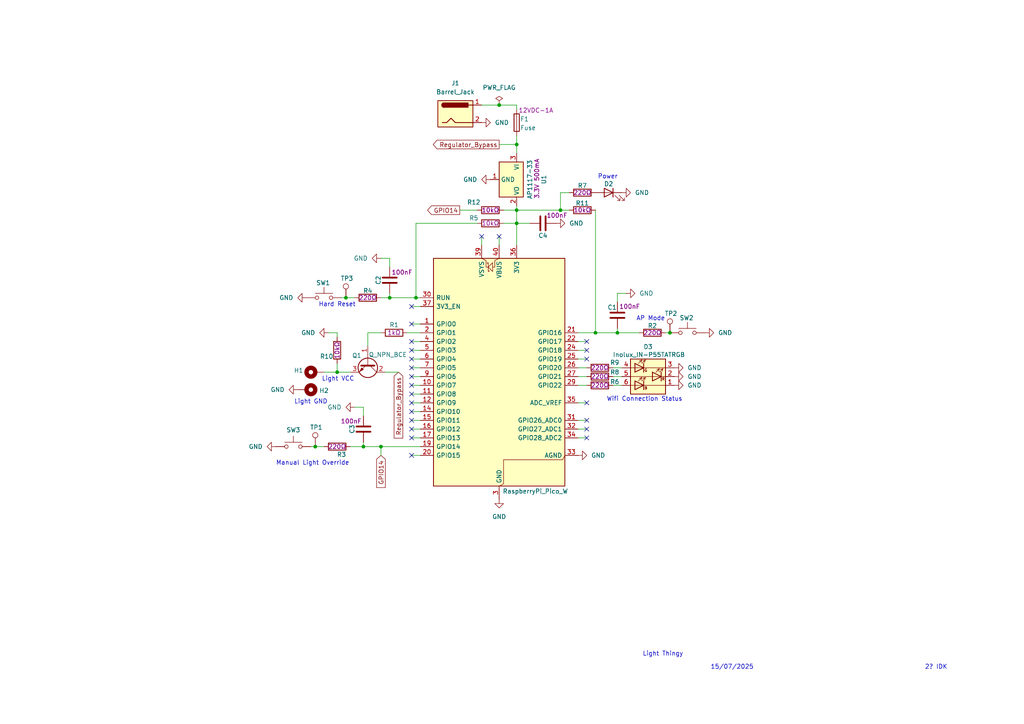
<source format=kicad_sch>
(kicad_sch (version 20250114) (generator "eeschema") (generator_version "9.0")
  (paper "A4")
  (lib_symbols
    (symbol "Connector:Barrel_Jack" (pin_names (offset 1.016))
      (property "Reference" "J" (at 0 5.334 0))
      (property "Value" "Barrel_Jack" (at 0 -5.08 0))
      (symbol "Barrel_Jack_0_1"
        (rectangle (start -5.08 3.81) (end 5.08 -3.81) (stroke (width 0.254)) (fill (type background)))
        (polyline (pts (xy -3.81 -2.54) (xy -2.54 -2.54) (xy -1.27 -1.27) (xy 0 -2.54) (xy 2.54 -2.54) (xy 5.08 -2.54)) (stroke (width 0.254)))
        (arc (start -3.302 1.905) (mid -3.9343 2.54) (end -3.302 3.175) (stroke (width 0.254)))
        (arc (start -3.302 1.905) (mid -3.9343 2.54) (end -3.302 3.175) (stroke (width 0.254)) (fill (type outline)))
        (rectangle (start 3.683 3.175) (end -3.302 1.905) (stroke (width 0.254)) (fill (type outline)))
        (polyline (pts (xy 5.08 2.54) (xy 3.81 2.54)) (stroke (width 0.254)))
      )
      (symbol "Barrel_Jack_1_1"
        (pin passive line (at 7.62 2.54 180) (length 2.54) (name "~") (number "1"))
        (pin passive line (at 7.62 -2.54 180) (length 2.54) (name "~") (number "2"))
      )
    )
    (symbol "Connector:TestPoint" (pin_numbers (hide yes)) (pin_names (offset 0.762) (hide yes))
      (property "Reference" "TP" (at 0 6.858 0))
      (property "Value" "TestPoint" (at 0 5.08 0))
      (symbol "TestPoint_0_1"
        (circle (center 0 3.302) (radius 0.762))
      )
      (symbol "TestPoint_1_1"
        (pin passive line (at 0 0 90) (length 2.54) (name "1") (number "1"))
      )
    )
    (symbol "Device:C" (pin_numbers (hide yes)) (pin_names (offset 0.254))
      (property "Reference" "C" (at 0.635 2.54 0))
      (property "Value" "C" (at 0.635 -2.54 0))
      (symbol "C_0_1"
        (polyline (pts (xy -2.032 0.762) (xy 2.032 0.762)) (stroke (width 0.508)))
        (polyline (pts (xy -2.032 -0.762) (xy 2.032 -0.762)) (stroke (width 0.508)))
      )
      (symbol "C_1_1"
        (pin passive line (at 0 3.81 270) (length 2.794) (name "~") (number "1"))
        (pin passive line (at 0 -3.81 90) (length 2.794) (name "~") (number "2"))
      )
    )
    (symbol "Device:Fuse" (pin_numbers (hide yes)) (pin_names (offset 0))
      (property "Reference" "F" (at 2.032 0 90))
      (property "Value" "Fuse" (at -1.905 0 90))
      (symbol "Fuse_0_1"
        (rectangle (start -0.762 -2.54) (end 0.762 2.54) (stroke (width 0.254)))
        (polyline (pts (xy 0 2.54) (xy 0 -2.54)))
      )
      (symbol "Fuse_1_1"
        (pin passive line (at 0 3.81 270) (length 1.27) (name "~") (number "1"))
        (pin passive line (at 0 -3.81 90) (length 1.27) (name "~") (number "2"))
      )
    )
    (symbol "Device:LED" (pin_numbers (hide yes)) (pin_names (offset 1.016) (hide yes))
      (property "Reference" "D" (at 0 2.54 0))
      (property "Value" "LED" (at 0 -2.54 0))
      (symbol "LED_0_1"
        (polyline (pts (xy -3.048 -0.762) (xy -4.572 -2.286) (xy -3.81 -2.286) (xy -4.572 -2.286) (xy -4.572 -1.524)))
        (polyline (pts (xy -1.778 -0.762) (xy -3.302 -2.286) (xy -2.54 -2.286) (xy -3.302 -2.286) (xy -3.302 -1.524)))
        (polyline (pts (xy -1.27 0) (xy 1.27 0)))
        (polyline (pts (xy -1.27 -1.27) (xy -1.27 1.27)) (stroke (width 0.254)))
        (polyline (pts (xy 1.27 -1.27) (xy 1.27 1.27) (xy -1.27 0) (xy 1.27 -1.27)) (stroke (width 0.254)))
      )
      (symbol "LED_1_1"
        (pin passive line (at -3.81 0 0) (length 2.54) (name "K") (number "1"))
        (pin passive line (at 3.81 0 180) (length 2.54) (name "A") (number "2"))
      )
    )
    (symbol "Device:R" (pin_numbers (hide yes)) (pin_names (offset 0))
      (property "Reference" "R" (at 2.032 0 90))
      (property "Value" "R" (at 0 0 90))
      (symbol "R_0_1"
        (rectangle (start -1.016 -2.54) (end 1.016 2.54) (stroke (width 0.254)))
      )
      (symbol "R_1_1"
        (pin passive line (at 0 3.81 270) (length 1.27) (name "~") (number "1"))
        (pin passive line (at 0 -3.81 90) (length 1.27) (name "~") (number "2"))
      )
    )
    (symbol "LED:Inolux_IN-P55TATRGB" (pin_names (hide yes))
      (property "Reference" "D" (at -5.08 6.35 0))
      (property "Value" "Inolux_IN-P55TATRGB" (at -5.08 -6.35 0))
      (symbol "Inolux_IN-P55TATRGB_0_0"
        (text "B" (at -0.635 -3.3274 0) (effects (font (size 0.762 0.762))))
      )
      (symbol "Inolux_IN-P55TATRGB_0_1"
        (rectangle (start -5.08 5.08) (end 5.08 -5.08) (stroke (width 0.254)) (fill (type background)))
        (polyline (pts (xy -5.08 2.54) (xy 5.08 2.54)))
        (polyline (pts (xy -5.08 0) (xy 5.08 0)))
        (polyline (pts (xy -5.08 -2.54) (xy 5.08 -2.54)))
        (polyline (pts (xy -3.81 3.81) (xy -3.81 1.27) (xy -1.27 2.54) (xy -3.81 3.81)) (stroke (width 0.254)))
        (polyline (pts (xy -3.81 -1.27) (xy -3.81 -3.81) (xy -1.27 -2.54) (xy -3.81 -1.27)) (stroke (width 0.254)))
        (polyline (pts (xy -2.794 3.81) (xy -1.778 4.826)))
        (polyline (pts (xy -2.794 -1.27) (xy -1.778 -0.254)))
        (polyline (pts (xy -2.54 4.572) (xy -1.778 4.826) (xy -2.032 4.064)))
        (polyline (pts (xy -2.032 -1.016) (xy -1.778 -0.254) (xy -2.54 -0.508)))
        (polyline (pts (xy -1.778 3.81) (xy -0.762 4.826)))
        (polyline (pts (xy -1.778 -1.27) (xy -0.762 -0.254)))
        (polyline (pts (xy -1.524 4.572) (xy -0.762 4.826) (xy -1.016 4.064)))
        (polyline (pts (xy -1.524 -0.508) (xy -0.762 -0.254) (xy -1.016 -1.016)))
        (polyline (pts (xy -1.27 3.81) (xy -1.27 1.27)) (stroke (width 0.254)))
        (polyline (pts (xy -1.27 -1.27) (xy -1.27 -3.81)) (stroke (width 0.254)))
        (polyline (pts (xy 1.27 1.27) (xy 1.27 -1.27) (xy 3.81 0) (xy 1.27 1.27)) (stroke (width 0.254)))
        (polyline (pts (xy 2.286 1.27) (xy 3.302 2.286)))
        (polyline (pts (xy 3.048 1.524) (xy 3.302 2.286) (xy 2.54 2.032)))
        (polyline (pts (xy 3.302 1.27) (xy 4.318 2.286)))
        (polyline (pts (xy 3.556 2.032) (xy 4.318 2.286) (xy 4.064 1.524)))
        (polyline (pts (xy 3.81 1.27) (xy 3.81 -1.27)) (stroke (width 0.254)))
      )
      (symbol "Inolux_IN-P55TATRGB_1_0"
        (text "G" (at -0.635 1.8034 0) (effects (font (size 0.762 0.762))))
        (text "R" (at 4.4196 -0.7112 0) (effects (font (size 0.762 0.762))))
      )
      (symbol "Inolux_IN-P55TATRGB_1_1"
        (pin passive line (at -7.62 2.54 0) (length 2.54) (name "AG") (number "4"))
        (pin passive line (at -7.62 0 0) (length 2.54) (name "AR") (number "5"))
        (pin passive line (at -7.62 -2.54 0) (length 2.54) (name "AB") (number "6"))
        (pin passive line (at 7.62 2.54 180) (length 2.54) (name "KG") (number "3"))
        (pin passive line (at 7.62 0 180) (length 2.54) (name "KR") (number "2"))
        (pin passive line (at 7.62 -2.54 180) (length 2.54) (name "KB") (number "1"))
      )
    )
    (symbol "MCU_Module:RaspberryPi_Pico_W" (pin_names (offset 0.762))
      (property "Reference" "A" (at -19.05 35.56 0))
      (property "Value" "RaspberryPi_Pico_W" (at 7.62 35.56 0))
      (symbol "RaspberryPi_Pico_W_0_1"
        (rectangle (start -19.05 34.29) (end 19.05 -31.75) (stroke (width 0.254)) (fill (type background)))
        (polyline (pts (xy -5.08 34.29) (xy -3.81 33.655) (xy -3.81 31.75) (xy -3.175 31.75)))
        (polyline (pts (xy -3.429 32.766) (xy -3.429 33.02) (xy -3.175 33.02) (xy -3.175 30.48) (xy -2.921 30.48) (xy -2.921 30.734)))
        (polyline (pts (xy -3.175 31.75) (xy -1.905 33.02) (xy -1.905 30.48) (xy -3.175 31.75)))
        (polyline (pts (xy 0 34.29) (xy -1.27 33.655) (xy -1.27 31.75) (xy -1.905 31.75)))
        (polyline (pts (xy 0 -31.75) (xy 1.27 -31.115) (xy 1.27 -24.13) (xy 18.415 -24.13) (xy 19.05 -22.86)))
      )
      (symbol "RaspberryPi_Pico_W_1_1"
        (pin passive line (at -22.86 22.86 0) (length 3.81) (name "RUN") (number "30"))
        (pin passive line (at -22.86 20.32 0) (length 3.81) (name "3V3_EN") (number "37"))
        (pin bidirectional line (at -22.86 15.24 0) (length 3.81) (name "GPIO0") (number "1"))
        (pin bidirectional line (at -22.86 12.7 0) (length 3.81) (name "GPIO1") (number "2"))
        (pin bidirectional line (at -22.86 10.16 0) (length 3.81) (name "GPIO2") (number "4"))
        (pin bidirectional line (at -22.86 7.62 0) (length 3.81) (name "GPIO3") (number "5"))
        (pin bidirectional line (at -22.86 5.08 0) (length 3.81) (name "GPIO4") (number "6"))
        (pin bidirectional line (at -22.86 2.54 0) (length 3.81) (name "GPIO5") (number "7"))
        (pin bidirectional line (at -22.86 0 0) (length 3.81) (name "GPIO6") (number "9"))
        (pin bidirectional line (at -22.86 -2.54 0) (length 3.81) (name "GPIO7") (number "10"))
        (pin bidirectional line (at -22.86 -5.08 0) (length 3.81) (name "GPIO8") (number "11"))
        (pin bidirectional line (at -22.86 -7.62 0) (length 3.81) (name "GPIO9") (number "12"))
        (pin bidirectional line (at -22.86 -10.16 0) (length 3.81) (name "GPIO10") (number "14"))
        (pin bidirectional line (at -22.86 -12.7 0) (length 3.81) (name "GPIO11") (number "15"))
        (pin bidirectional line (at -22.86 -15.24 0) (length 3.81) (name "GPIO12") (number "16"))
        (pin bidirectional line (at -22.86 -17.78 0) (length 3.81) (name "GPIO13") (number "17"))
        (pin bidirectional line (at -22.86 -20.32 0) (length 3.81) (name "GPIO14") (number "19"))
        (pin bidirectional line (at -22.86 -22.86 0) (length 3.81) (name "GPIO15") (number "20"))
        (pin power_in line (at -5.08 38.1 270) (length 3.81) (name "VSYS") (number "39"))
        (pin power_out line (at 0 38.1 270) (length 3.81) (name "VBUS") (number "40"))
        (pin passive line (at 0 -35.56 90) (length 3.81) (hide yes) (name "GND") (number "13"))
        (pin passive line (at 0 -35.56 90) (length 3.81) (hide yes) (name "GND") (number "18"))
        (pin passive line (at 0 -35.56 90) (length 3.81) (hide yes) (name "GND") (number "23"))
        (pin passive line (at 0 -35.56 90) (length 3.81) (hide yes) (name "GND") (number "28"))
        (pin power_out line (at 0 -35.56 90) (length 3.81) (name "GND") (number "3"))
        (pin passive line (at 0 -35.56 90) (length 3.81) (hide yes) (name "GND") (number "38"))
        (pin passive line (at 0 -35.56 90) (length 3.81) (hide yes) (name "GND") (number "8"))
        (pin power_out line (at 5.08 38.1 270) (length 3.81) (name "3V3") (number "36"))
        (pin bidirectional line (at 22.86 12.7 180) (length 3.81) (name "GPIO16") (number "21"))
        (pin bidirectional line (at 22.86 10.16 180) (length 3.81) (name "GPIO17") (number "22"))
        (pin bidirectional line (at 22.86 7.62 180) (length 3.81) (name "GPIO18") (number "24"))
        (pin bidirectional line (at 22.86 5.08 180) (length 3.81) (name "GPIO19") (number "25"))
        (pin bidirectional line (at 22.86 2.54 180) (length 3.81) (name "GPIO20") (number "26"))
        (pin bidirectional line (at 22.86 0 180) (length 3.81) (name "GPIO21") (number "27"))
        (pin bidirectional line (at 22.86 -2.54 180) (length 3.81) (name "GPIO22") (number "29"))
        (pin power_in line (at 22.86 -7.62 180) (length 3.81) (name "ADC_VREF") (number "35"))
        (pin bidirectional line (at 22.86 -12.7 180) (length 3.81) (name "GPIO26_ADC0") (number "31"))
        (pin bidirectional line (at 22.86 -15.24 180) (length 3.81) (name "GPIO27_ADC1") (number "32"))
        (pin bidirectional line (at 22.86 -17.78 180) (length 3.81) (name "GPIO28_ADC2") (number "34"))
        (pin power_out line (at 22.86 -22.86 180) (length 3.81) (name "AGND") (number "33"))
      )
    )
    (symbol "Mechanical:MountingHole_Pad" (pin_numbers (hide yes)) (pin_names (offset 1.016) (hide yes)) (in_bom no)
      (property "Reference" "H" (at 0 6.35 0))
      (property "Value" "MountingHole_Pad" (at 0 4.445 0))
      (symbol "MountingHole_Pad_0_1"
        (circle (center 0 1.27) (radius 1.27) (stroke (width 1.27)))
      )
      (symbol "MountingHole_Pad_1_1"
        (pin input line (at 0 -2.54 90) (length 2.54) (name "1") (number "1"))
      )
    )
    (symbol "R_1" (pin_numbers (hide yes)) (pin_names (offset 0))
      (property "Reference" "R" (at 2.032 0 90))
      (property "Value" "R" (at 0 0 90))
      (symbol "R_1_0_1"
        (rectangle (start -1.016 -2.54) (end 1.016 2.54) (stroke (width 0.254)))
      )
      (symbol "R_1_1_1"
        (pin passive line (at 0 3.81 270) (length 1.27) (name "~") (number "1"))
        (pin passive line (at 0 -3.81 90) (length 1.27) (name "~") (number "2"))
      )
    )
    (symbol "Regulator_Linear:AP1117-33"
      (property "Reference" "U" (at -3.81 3.175 0))
      (property "Value" "AP1117-33" (at 0 3.175 0))
      (symbol "AP1117-33_0_1"
        (rectangle (start -5.08 -5.08) (end 5.08 1.905) (stroke (width 0.254)) (fill (type background)))
      )
      (symbol "AP1117-33_1_1"
        (pin power_in line (at -7.62 0 0) (length 2.54) (name "VI") (number "3"))
        (pin power_in line (at 0 -7.62 90) (length 2.54) (name "GND") (number "1"))
        (pin power_out line (at 7.62 0 180) (length 2.54) (name "VO") (number "2"))
      )
    )
    (symbol "Switch:SW_Push" (pin_numbers (hide yes)) (pin_names (offset 1.016) (hide yes))
      (property "Reference" "SW" (at 1.27 2.54 0))
      (property "Value" "SW_Push" (at 0 -1.524 0))
      (symbol "SW_Push_0_1"
        (circle (center -2.032 0) (radius 0.508))
        (polyline (pts (xy 0 1.27) (xy 0 3.048)))
        (circle (center 2.032 0) (radius 0.508))
        (polyline (pts (xy 2.54 1.27) (xy -2.54 1.27)))
        (pin passive line (at -5.08 0 0) (length 2.54) (name "1") (number "1"))
        (pin passive line (at 5.08 0 180) (length 2.54) (name "2") (number "2"))
      )
    )
    (symbol "Transistor_BJT:Q_NPN_BCE" (pin_names (offset 0) (hide yes))
      (property "Reference" "Q" (at 5.08 1.27 0))
      (property "Value" "Q_NPN_BCE" (at 5.08 -1.27 0))
      (symbol "Q_NPN_BCE_0_1"
        (polyline (pts (xy -2.54 0) (xy 0.635 0)))
        (polyline (pts (xy 0.635 1.905) (xy 0.635 -1.905)) (stroke (width 0.508)))
        (circle (center 1.27 0) (radius 2.8194) (stroke (width 0.254)))
      )
      (symbol "Q_NPN_BCE_1_1"
        (polyline (pts (xy 0.635 0.635) (xy 2.54 2.54)))
        (polyline (pts (xy 0.635 -0.635) (xy 2.54 -2.54)))
        (polyline (pts (xy 1.27 -1.778) (xy 1.778 -1.27) (xy 2.286 -2.286) (xy 1.27 -1.778)) (fill (type outline)))
        (pin input line (at -5.08 0 0) (length 2.54) (name "B") (number "1"))
        (pin passive line (at 2.54 5.08 270) (length 2.54) (name "C") (number "2"))
        (pin passive line (at 2.54 -5.08 90) (length 2.54) (name "E") (number "3"))
      )
    )
    (symbol "power:GND" (power) (pin_numbers (hide yes)) (pin_names (offset 0) (hide yes))
      (property "Value" "GND" (at 0 -3.81 0))
      (symbol "GND_0_1"
        (polyline (pts (xy 0 0) (xy 0 -1.27) (xy 1.27 -1.27) (xy 0 -2.54) (xy -1.27 -1.27) (xy 0 -1.27)))
      )
      (symbol "GND_1_1"
        (pin power_in line (at 0 0 270) (length 0) (name "~") (number "1"))
      )
    )
    (symbol "power:PWR_FLAG" (power) (pin_numbers (hide yes)) (pin_names (offset 0) (hide yes))
      (property "Value" "PWR_FLAG" (at 0 3.81 0))
      (symbol "PWR_FLAG_0_0"
        (pin power_out line (at 0 0 90) (length 0) (name "~") (number "1"))
      )
      (symbol "PWR_FLAG_0_1"
        (polyline (pts (xy 0 0) (xy 0 1.27) (xy -1.016 1.905) (xy 0 2.54) (xy 1.016 1.905) (xy 0 1.27)))
      )
    )
  )
  (text "Wifi Connection Status" (at 186.944 115.824 0) (effects (font (size 1.27 1.27))))
  (text "Manual Light Override" (at 90.678 134.366 0) (effects (font (size 1.27 1.27))))
  (text "Power" (at 176.276 51.308 0) (effects (font (size 1.27 1.27))))
  (text "AP Mode" (at 188.722 92.456 0) (effects (font (size 1.27 1.27))))
  (text "Light VCC" (at 98.044 109.982 0) (effects (font (size 1.27 1.27))))
  (text "Hard Reset" (at 97.79 88.392 0) (effects (font (size 1.27 1.27))))
  (text "Light Thingy" (at 192.278 189.738 0) (effects (font (size 1.27 1.27))))
  (text "Light GND\n" (at 90.17 116.586 0) (effects (font (size 1.27 1.27))))
  (text "15/07/2025" (at 212.344 193.548 0) (effects (font (size 1.27 1.27))))
  (text "2? IDK" (at 271.526 193.548 0) (effects (font (size 1.27 1.27))))
  (junction (at 149.86 64.77))
  (junction (at 149.86 60.96))
  (junction (at 100.33 86.36))
  (junction (at 91.44 129.54))
  (junction (at 162.56 60.96))
  (junction (at 120.65 86.36))
  (junction (at 105.41 129.54))
  (junction (at 179.07 96.52))
  (junction (at 149.86 41.91))
  (junction (at 194.31 96.52))
  (junction (at 144.78 30.48))
  (junction (at 97.79 107.95))
  (junction (at 113.03 86.36))
  (junction (at 110.49 129.54))
  (junction (at 172.72 96.52))
  (no_connect (at 119.38 116.84))
  (no_connect (at 119.38 124.46))
  (no_connect (at 119.38 119.38))
  (no_connect (at 170.18 121.92))
  (no_connect (at 170.18 101.6))
  (no_connect (at 119.38 101.6))
  (no_connect (at 119.38 93.98))
  (no_connect (at 119.38 104.14))
  (no_connect (at 119.38 121.92))
  (no_connect (at 119.38 132.08))
  (no_connect (at 170.18 116.84))
  (no_connect (at 170.18 104.14))
  (no_connect (at 170.18 127))
  (no_connect (at 139.7 68.58))
  (no_connect (at 119.38 109.22))
  (no_connect (at 170.18 99.06))
  (no_connect (at 119.38 127))
  (no_connect (at 119.38 106.68))
  (no_connect (at 119.38 111.76))
  (no_connect (at 119.38 114.3))
  (no_connect (at 144.78 68.58))
  (no_connect (at 119.38 99.06))
  (no_connect (at 119.38 88.9))
  (no_connect (at 170.18 124.46))
  (wire (pts (xy 167.64 116.84) (xy 170.18 116.84)))
  (wire (pts (xy 179.07 95.25) (xy 179.07 96.52)))
  (wire (pts (xy 97.79 105.41) (xy 97.79 107.95)))
  (wire (pts (xy 105.41 129.54) (xy 110.49 129.54)))
  (wire (pts (xy 167.64 104.14) (xy 170.18 104.14)))
  (wire (pts (xy 177.8 106.68) (xy 180.34 106.68)))
  (wire (pts (xy 172.72 96.52) (xy 179.07 96.52)))
  (wire (pts (xy 120.65 64.77) (xy 120.65 86.36)))
  (wire (pts (xy 144.78 68.58) (xy 144.78 71.12)))
  (wire (pts (xy 194.31 96.52) (xy 193.04 96.52)))
  (wire (pts (xy 146.05 64.77) (xy 149.86 64.77)))
  (wire (pts (xy 162.56 55.88) (xy 162.56 60.96)))
  (wire (pts (xy 97.79 107.95) (xy 101.6 107.95)))
  (wire (pts (xy 119.38 101.6) (xy 121.92 101.6)))
  (wire (pts (xy 149.86 60.96) (xy 162.56 60.96)))
  (wire (pts (xy 119.38 111.76) (xy 121.92 111.76)))
  (wire (pts (xy 113.03 85.09) (xy 113.03 86.36)))
  (wire (pts (xy 110.49 129.54) (xy 110.49 132.08)))
  (wire (pts (xy 119.38 99.06) (xy 121.92 99.06)))
  (wire (pts (xy 106.68 96.52) (xy 106.68 100.33)))
  (wire (pts (xy 93.98 107.95) (xy 97.79 107.95)))
  (wire (pts (xy 167.64 109.22) (xy 170.18 109.22)))
  (wire (pts (xy 91.44 129.54) (xy 93.98 129.54)))
  (wire (pts (xy 149.86 64.77) (xy 149.86 71.12)))
  (wire (pts (xy 105.41 118.11) (xy 102.87 118.11)))
  (wire (pts (xy 101.6 129.54) (xy 105.41 129.54)))
  (wire (pts (xy 115.57 107.95) (xy 111.76 107.95)))
  (wire (pts (xy 113.03 86.36) (xy 120.65 86.36)))
  (wire (pts (xy 179.07 96.52) (xy 185.42 96.52)))
  (wire (pts (xy 167.64 127) (xy 170.18 127)))
  (wire (pts (xy 139.7 30.48) (xy 144.78 30.48)))
  (wire (pts (xy 119.38 106.68) (xy 121.92 106.68)))
  (wire (pts (xy 167.64 106.68) (xy 170.18 106.68)))
  (wire (pts (xy 119.38 124.46) (xy 121.92 124.46)))
  (wire (pts (xy 149.86 59.69) (xy 149.86 60.96)))
  (wire (pts (xy 144.78 41.91) (xy 149.86 41.91)))
  (wire (pts (xy 105.41 120.65) (xy 105.41 118.11)))
  (wire (pts (xy 149.86 64.77) (xy 153.67 64.77)))
  (wire (pts (xy 167.64 111.76) (xy 170.18 111.76)))
  (wire (pts (xy 118.11 96.52) (xy 121.92 96.52)))
  (wire (pts (xy 167.64 124.46) (xy 170.18 124.46)))
  (wire (pts (xy 113.03 74.93) (xy 113.03 77.47)))
  (wire (pts (xy 146.05 60.96) (xy 149.86 60.96)))
  (wire (pts (xy 167.64 101.6) (xy 170.18 101.6)))
  (wire (pts (xy 97.79 97.79) (xy 97.79 96.52)))
  (wire (pts (xy 119.38 127) (xy 121.92 127)))
  (wire (pts (xy 90.17 129.54) (xy 91.44 129.54)))
  (wire (pts (xy 97.79 96.52) (xy 95.25 96.52)))
  (wire (pts (xy 177.8 109.22) (xy 180.34 109.22)))
  (wire (pts (xy 138.43 64.77) (xy 120.65 64.77)))
  (wire (pts (xy 119.38 132.08) (xy 121.92 132.08)))
  (wire (pts (xy 110.49 96.52) (xy 106.68 96.52)))
  (wire (pts (xy 179.07 87.63) (xy 179.07 85.09)))
  (wire (pts (xy 110.49 74.93) (xy 113.03 74.93)))
  (wire (pts (xy 149.86 60.96) (xy 149.86 64.77)))
  (wire (pts (xy 119.38 93.98) (xy 121.92 93.98)))
  (wire (pts (xy 105.41 128.27) (xy 105.41 129.54)))
  (wire (pts (xy 167.64 99.06) (xy 170.18 99.06)))
  (wire (pts (xy 149.86 41.91) (xy 149.86 44.45)))
  (wire (pts (xy 133.35 60.96) (xy 138.43 60.96)))
  (wire (pts (xy 139.7 68.58) (xy 139.7 71.12)))
  (wire (pts (xy 119.38 109.22) (xy 121.92 109.22)))
  (wire (pts (xy 110.49 129.54) (xy 121.92 129.54)))
  (wire (pts (xy 177.8 111.76) (xy 180.34 111.76)))
  (wire (pts (xy 179.07 85.09) (xy 181.61 85.09)))
  (wire (pts (xy 144.78 30.48) (xy 149.86 30.48)))
  (wire (pts (xy 167.64 121.92) (xy 170.18 121.92)))
  (wire (pts (xy 119.38 121.92) (xy 121.92 121.92)))
  (wire (pts (xy 165.1 55.88) (xy 162.56 55.88)))
  (wire (pts (xy 167.64 96.52) (xy 172.72 96.52)))
  (wire (pts (xy 162.56 60.96) (xy 165.1 60.96)))
  (wire (pts (xy 119.38 88.9) (xy 121.92 88.9)))
  (wire (pts (xy 119.38 119.38) (xy 121.92 119.38)))
  (wire (pts (xy 149.86 30.48) (xy 149.86 31.75)))
  (wire (pts (xy 119.38 114.3) (xy 121.92 114.3)))
  (wire (pts (xy 120.65 86.36) (xy 121.92 86.36)))
  (wire (pts (xy 172.72 60.96) (xy 172.72 96.52)))
  (wire (pts (xy 99.06 86.36) (xy 100.33 86.36)))
  (wire (pts (xy 149.86 39.37) (xy 149.86 41.91)))
  (wire (pts (xy 119.38 104.14) (xy 121.92 104.14)))
  (wire (pts (xy 110.49 86.36) (xy 113.03 86.36)))
  (wire (pts (xy 100.33 86.36) (xy 102.87 86.36)))
  (wire (pts (xy 119.38 116.84) (xy 121.92 116.84)))
  (global_label "GPIO14" (shape input) (at 110.49 132.08 270) (property "Intersheetrefs" "${INTERSHEET_REFS}" (effects (hide yes))))
  (global_label "Regulator_Bypass" (shape input) (at 115.57 107.95 270) (property "Intersheetrefs" "${INTERSHEET_REFS}" (effects (hide yes))))
  (global_label "GPIO14" (shape output) (at 133.35 60.96 180) (property "Intersheetrefs" "${INTERSHEET_REFS}" (effects (hide yes))))
  (global_label "Regulator_Bypass" (shape output) (at 144.78 41.91 180) (property "Intersheetrefs" "${INTERSHEET_REFS}" (effects (hide yes))))
  (symbol (lib_id "Mechanical:MountingHole_Pad") (at 88.9 113.03 270) (unit 1) (in_bom no)
    (property "Reference" "H2" (at 93.98 113.284 90))
    (property "Value" "MountingHole_Pad" (effects (hide yes)))
    (property "Footprint" "MountingHole:MountingHole_2.2mm_M2_DIN965_Pad" (effects (hide yes)))
    (property "Description" "Mounting Hole with connection" (effects (hide yes)))
  )
  (symbol (lib_id "MCU_Module:RaspberryPi_Pico_W") (at 144.78 109.22 0) (unit 1)
    (property "Reference" "A1" (effects (hide yes)))
    (property "Value" "RaspberryPi_Pico_W" (at 145.796 142.494 0) (effects (justify left)))
    (property "Footprint" "Module:RaspberryPi_Pico_W_SMD_HandSolder" (effects (hide yes)))
    (property "Datasheet" "https://datasheets.raspberrypi.com/picow/pico-w-datasheet.pdf" (effects (hide yes)))
    (property "Description" "Versatile and inexpensive wireless microcontroller module powered by RP2040 dual-core Arm Cortex-M0+ processor up to 133 MHz, 264kB SRAM, 2MB QSPI flash, Infineon CYW43439 2.4GHz 802.11n wireless LAN; also supports Raspberry Pi Pico 2 W" (effects (hide yes)))
  )
  (symbol (lib_id "power:GND") (at 95.25 96.52 270) (unit 1)
    (property "Reference" "#PWR06" (effects (hide yes)))
    (property "Value" "GND" (at 91.44 96.5199 90) (effects (justify right)))
    (property "Description" "Power symbol creates a global label with name \"GND\" , ground" (effects (hide yes)))
  )
  (symbol (lib_id "power:GND") (at 88.9 86.36 270) (unit 1)
    (property "Reference" "#PWR05" (effects (hide yes)))
    (property "Value" "GND" (at 85.09 86.3599 90) (effects (justify right)))
    (property "Description" "Power symbol creates a global label with name \"GND\" , ground" (effects (hide yes)))
  )
  (symbol (lib_id "power:GND") (at 180.34 55.88 90) (mirror x) (unit 1)
    (property "Reference" "#PWR03" (effects (hide yes)))
    (property "Value" "GND" (at 184.15 55.8799 90) (effects (justify right)))
    (property "Description" "Power symbol creates a global label with name \"GND\" , ground" (effects (hide yes)))
  )
  (symbol (lib_id "Device:C") (at 157.48 64.77 270) (unit 1)
    (property "Reference" "C4" (at 157.48 68.326 90))
    (property "Value" "C" (effects (hide yes)))
    (property "Footprint" "Capacitor_SMD:C_0805_2012Metric" (effects (hide yes)))
    (property "Description" "Unpolarized capacitor" (effects (hide yes)))
    (property "Capacitance" "100nF" (at 161.544 62.484 90))
  )
  (symbol (lib_id "power:GND") (at 161.29 64.77 90) (mirror x) (unit 1)
    (property "Reference" "#PWR015" (effects (hide yes)))
    (property "Value" "GND" (at 165.1 64.7699 90) (effects (justify right)))
    (property "Description" "Power symbol creates a global label with name \"GND\" , ground" (effects (hide yes)))
  )
  (symbol (lib_id "Device:R") (at 173.99 106.68 270) (unit 1)
    (property "Reference" "R9" (at 178.308 105.156 90))
    (property "Value" "R" (effects (hide yes)))
    (property "Footprint" "Resistor_SMD:R_0603_1608Metric_Pad0.98x0.95mm_HandSolder" (effects (hide yes)))
    (property "Description" "Resistor" (effects (hide yes)))
    (property "Resistance" "220Ω" (at 173.99 106.68 90))
  )
  (symbol (lib_id "power:GND") (at 80.01 129.54 270) (unit 1)
    (property "Reference" "#PWR08" (effects (hide yes)))
    (property "Value" "GND" (at 76.2 129.5399 90) (effects (justify right)))
    (property "Description" "Power symbol creates a global label with name \"GND\" , ground" (effects (hide yes)))
  )
  (symbol (lib_id "Device:C") (at 113.03 81.28 180) (unit 1)
    (property "Reference" "C2" (at 109.728 81.28 90))
    (property "Value" "C" (effects (hide yes)))
    (property "Footprint" "Capacitor_SMD:C_0805_2012Metric" (effects (hide yes)))
    (property "Description" "Unpolarized capacitor" (effects (hide yes)))
    (property "Capacitance" "100nF" (at 116.586 78.994 0))
  )
  (symbol (lib_id "Device:R") (at 114.3 96.52 270) (unit 1)
    (property "Reference" "R1" (at 114.3 94.234 90))
    (property "Value" "R" (effects (hide yes)))
    (property "Footprint" "Resistor_SMD:R_0603_1608Metric_Pad0.98x0.95mm_HandSolder" (effects (hide yes)))
    (property "Description" "Resistor" (effects (hide yes)))
    (property "Resistance" "1kΩ" (at 114.3 96.52 90))
  )
  (symbol (lib_id "power:GND") (at 195.58 106.68 90) (mirror x) (unit 1)
    (property "Reference" "#PWR013" (effects (hide yes)))
    (property "Value" "GND" (at 199.39 106.6799 90) (effects (justify right)))
    (property "Description" "Power symbol creates a global label with name \"GND\" , ground" (effects (hide yes)))
  )
  (symbol (lib_id "Device:R") (at 189.23 96.52 270) (unit 1)
    (property "Reference" "R2" (at 189.23 94.488 90))
    (property "Value" "R" (effects (hide yes)))
    (property "Footprint" "Resistor_SMD:R_0603_1608Metric_Pad0.98x0.95mm_HandSolder" (effects (hide yes)))
    (property "Description" "Resistor" (effects (hide yes)))
    (property "Resistance" "220Ω" (at 189.23 96.52 90))
  )
  (symbol (lib_id "power:GND") (at 102.87 118.11 270) (unit 1)
    (property "Reference" "#PWR016" (effects (hide yes)))
    (property "Value" "GND" (at 99.06 118.1099 90) (effects (justify right)))
    (property "Description" "Power symbol creates a global label with name \"GND\" , ground" (effects (hide yes)))
  )
  (symbol (lib_name "R_1") (lib_id "Device:R") (at 168.91 60.96 270) (unit 1)
    (property "Reference" "R11" (at 168.91 58.928 90))
    (property "Value" "R" (effects (hide yes)))
    (property "Footprint" "Resistor_SMD:R_0603_1608Metric_Pad0.98x0.95mm_HandSolder" (effects (hide yes)))
    (property "Description" "Resistor" (effects (hide yes)))
    (property "Resistance" "10kΩ" (at 168.91 60.96 90))
  )
  (symbol (lib_id "Device:R") (at 173.99 109.22 270) (unit 1)
    (property "Reference" "R8" (at 178.308 107.95 90))
    (property "Value" "R" (effects (hide yes)))
    (property "Footprint" "Resistor_SMD:R_0603_1608Metric_Pad0.98x0.95mm_HandSolder" (effects (hide yes)))
    (property "Description" "Resistor" (effects (hide yes)))
    (property "Resistance" "220Ω" (at 173.99 109.22 90))
  )
  (symbol (lib_id "Transistor_BJT:Q_NPN_BCE") (at 106.68 105.41 270) (unit 1)
    (property "Reference" "Q1" (at 102.108 103.124 90) (effects (justify left)))
    (property "Value" "Q_NPN_BCE" (at 106.934 102.87 90) (effects (justify left)))
    (property "Footprint" "Package_TO_SOT_SMD:SOT-323_SC-70_Handsoldering" (effects (hide yes)))
    (property "Description" "NPN transistor, base/collector/emitter" (effects (hide yes)))
  )
  (symbol (lib_id "Switch:SW_Push") (at 199.39 96.52 0) (mirror y) (unit 1)
    (property "Reference" "SW2" (at 199.136 92.202 0))
    (property "Value" "SW_Push" (effects (hide yes)))
    (property "Footprint" "Button_Switch_SMD:SW_SPST_TL3342" (effects (hide yes)))
    (property "Description" "Push button switch, generic, two pins" (effects (hide yes)))
  )
  (symbol (lib_id "LED:Inolux_IN-P55TATRGB") (at 187.96 109.22 0) (unit 1)
    (property "Reference" "D3" (at 187.96 100.584 0))
    (property "Value" "Inolux_IN-P55TATRGB" (at 188.214 102.87 0))
    (property "Footprint" "LED_SMD:LED_Inolux_IN-P55TATRGB_PLCC6_5.0x5.5mm_P1.8mm" (effects (hide yes)))
    (property "Datasheet" "https://www.inolux-corp.com/datasheet/SMDLED/RGB%20Top%20View/IN-P55TATRGB.pdf" (effects (hide yes)))
    (property "Description" "Inolux RGB LED, PLCC-6" (effects (hide yes)))
  )
  (symbol (lib_id "Switch:SW_Push") (at 93.98 86.36 0) (mirror y) (unit 1)
    (property "Reference" "SW1" (at 93.726 82.042 0))
    (property "Value" "SW_Push" (effects (hide yes)))
    (property "Footprint" "Button_Switch_SMD:SW_SPST_TL3342" (effects (hide yes)))
    (property "Description" "Push button switch, generic, two pins" (effects (hide yes)))
  )
  (symbol (lib_id "Switch:SW_Push") (at 85.09 129.54 0) (mirror y) (unit 1)
    (property "Reference" "SW3" (at 85.09 124.714 0))
    (property "Value" "SW_Push" (effects (hide yes)))
    (property "Footprint" "Button_Switch_SMD:SW_SPST_TL3342" (effects (hide yes)))
    (property "Description" "Push button switch, generic, two pins" (effects (hide yes)))
  )
  (symbol (lib_name "R_1") (lib_id "Device:R") (at 142.24 64.77 270) (unit 1)
    (property "Reference" "R5" (at 137.414 63.246 90))
    (property "Value" "R" (effects (hide yes)))
    (property "Footprint" "Resistor_SMD:R_0603_1608Metric_Pad0.98x0.95mm_HandSolder" (effects (hide yes)))
    (property "Description" "Resistor" (effects (hide yes)))
    (property "Resistance" "10kΩ" (at 142.24 64.77 90))
  )
  (symbol (lib_id "power:PWR_FLAG") (at 144.78 30.48 0) (unit 1)
    (property "Reference" "#FLG01" (effects (hide yes)))
    (property "Value" "PWR_FLAG" (at 144.78 25.4 0))
    (property "Description" "Special symbol for telling ERC where power comes from" (effects (hide yes)))
  )
  (symbol (lib_id "power:GND") (at 181.61 85.09 90) (mirror x) (unit 1)
    (property "Reference" "#PWR017" (effects (hide yes)))
    (property "Value" "GND" (at 185.42 85.0899 90) (effects (justify right)))
    (property "Description" "Power symbol creates a global label with name \"GND\" , ground" (effects (hide yes)))
  )
  (symbol (lib_id "Device:Fuse") (at 149.86 35.56 0) (unit 1)
    (property "Reference" "F1" (at 150.876 34.544 0) (effects (justify left)))
    (property "Value" "Fuse" (at 150.876 37.084 0) (effects (justify left)))
    (property "Footprint" "Fuse:Fuse_0402_1005Metric" (effects (hide yes)))
    (property "Description" "Fuse" (effects (hide yes)))
    (property "Rating" "12VDC-1A" (at 155.448 32.004 0))
  )
  (symbol (lib_id "power:GND") (at 110.49 74.93 270) (unit 1)
    (property "Reference" "#PWR04" (effects (hide yes)))
    (property "Value" "GND" (at 106.68 74.9299 90) (effects (justify right)))
    (property "Description" "Power symbol creates a global label with name \"GND\" , ground" (effects (hide yes)))
  )
  (symbol (lib_id "Device:R") (at 97.79 101.6 180) (unit 1)
    (property "Reference" "R10" (at 94.742 103.378 0))
    (property "Value" "R" (effects (hide yes)))
    (property "Footprint" "Resistor_SMD:R_0603_1608Metric_Pad0.98x0.95mm_HandSolder" (effects (hide yes)))
    (property "Description" "Resistor" (effects (hide yes)))
    (property "Resistance" "10kΩ" (at 97.79 101.6 90))
  )
  (symbol (lib_id "power:GND") (at 86.36 113.03 270) (unit 1)
    (property "Reference" "#PWR07" (effects (hide yes)))
    (property "Value" "GND" (at 82.55 113.0299 90) (effects (justify right)))
    (property "Description" "Power symbol creates a global label with name \"GND\" , ground" (effects (hide yes)))
  )
  (symbol (lib_id "power:GND") (at 195.58 111.76 90) (mirror x) (unit 1)
    (property "Reference" "#PWR011" (effects (hide yes)))
    (property "Value" "GND" (at 199.39 111.7599 90) (effects (justify right)))
    (property "Description" "Power symbol creates a global label with name \"GND\" , ground" (effects (hide yes)))
  )
  (symbol (lib_id "power:GND") (at 204.47 96.52 90) (mirror x) (unit 1)
    (property "Reference" "#PWR014" (effects (hide yes)))
    (property "Value" "GND" (at 208.28 96.5199 90) (effects (justify right)))
    (property "Description" "Power symbol creates a global label with name \"GND\" , ground" (effects (hide yes)))
  )
  (symbol (lib_id "Connector:TestPoint") (at 100.33 86.36 0) (unit 1)
    (property "Reference" "TP3" (at 98.806 80.772 0) (effects (justify left)))
    (property "Value" "TestPoint" (effects (hide yes)))
    (property "Footprint" "TestPoint:TestPoint_Pad_D1.5mm" (effects (hide yes)))
    (property "Description" "test point" (effects (hide yes)))
  )
  (symbol (lib_id "Device:R") (at 106.68 86.36 270) (unit 1)
    (property "Reference" "R4" (at 106.68 84.328 90))
    (property "Value" "R" (effects (hide yes)))
    (property "Footprint" "Resistor_SMD:R_0603_1608Metric_Pad0.98x0.95mm_HandSolder" (effects (hide yes)))
    (property "Description" "Resistor" (effects (hide yes)))
    (property "Resistance" "220Ω" (at 106.68 86.36 90))
  )
  (symbol (lib_id "Device:R") (at 168.91 55.88 90) (mirror x) (unit 1)
    (property "Reference" "R7" (at 168.91 53.848 90))
    (property "Value" "R" (effects (hide yes)))
    (property "Footprint" "Resistor_SMD:R_0603_1608Metric_Pad0.98x0.95mm_HandSolder" (effects (hide yes)))
    (property "Description" "Resistor" (effects (hide yes)))
    (property "Resistance" "220Ω" (at 168.91 55.88 90))
  )
  (symbol (lib_id "Connector:Barrel_Jack") (at 132.08 33.02 0) (unit 1)
    (property "Reference" "J1" (at 132.08 24.13 0))
    (property "Value" "Barrel_Jack" (at 132.08 26.67 0))
    (property "Footprint" "Connector_BarrelJack:BarrelJack_GCT_DCJ200-10-A_Horizontal" (effects (hide yes)))
    (property "Description" "DC Barrel Jack" (effects (hide yes)))
  )
  (symbol (lib_id "Device:R") (at 173.99 111.76 270) (unit 1)
    (property "Reference" "R6" (at 178.308 110.744 90))
    (property "Value" "R" (effects (hide yes)))
    (property "Footprint" "Resistor_SMD:R_0603_1608Metric_Pad0.98x0.95mm_HandSolder" (effects (hide yes)))
    (property "Description" "Resistor" (effects (hide yes)))
    (property "Resistance" "220Ω" (at 173.99 111.76 90))
  )
  (symbol (lib_id "Connector:TestPoint") (at 91.44 129.54 0) (unit 1)
    (property "Reference" "TP1" (at 89.916 123.952 0) (effects (justify left)))
    (property "Value" "TestPoint" (effects (hide yes)))
    (property "Footprint" "TestPoint:TestPoint_Pad_D1.5mm" (effects (hide yes)))
    (property "Description" "test point" (effects (hide yes)))
  )
  (symbol (lib_id "power:GND") (at 144.78 144.78 0) (unit 1)
    (property "Reference" "#PWR09" (effects (hide yes)))
    (property "Value" "GND" (at 144.78 149.86 0))
    (property "Description" "Power symbol creates a global label with name \"GND\" , ground" (effects (hide yes)))
  )
  (symbol (lib_id "Device:C") (at 105.41 124.46 180) (unit 1)
    (property "Reference" "C3" (at 102.108 124.46 90))
    (property "Value" "C" (effects (hide yes)))
    (property "Footprint" "Capacitor_SMD:C_0805_2012Metric" (effects (hide yes)))
    (property "Description" "Unpolarized capacitor" (effects (hide yes)))
    (property "Capacitance" "100nF" (at 101.854 122.174 0))
  )
  (symbol (lib_id "Device:C") (at 179.07 91.44 0) (unit 1)
    (property "Reference" "C1" (at 177.546 89.154 0))
    (property "Value" "C" (effects (hide yes)))
    (property "Footprint" "Capacitor_SMD:C_0805_2012Metric" (effects (hide yes)))
    (property "Description" "Unpolarized capacitor" (effects (hide yes)))
    (property "Capacitance" "100nF" (at 182.626 88.9 0))
  )
  (symbol (lib_name "R_1") (lib_id "Device:R") (at 142.24 60.96 270) (unit 1)
    (property "Reference" "R12" (at 137.414 58.674 90))
    (property "Value" "R" (effects (hide yes)))
    (property "Footprint" "Resistor_SMD:R_0603_1608Metric_Pad0.98x0.95mm_HandSolder" (effects (hide yes)))
    (property "Description" "Resistor" (effects (hide yes)))
    (property "Resistance" "10kΩ" (at 142.24 60.96 90))
  )
  (symbol (lib_id "Device:R") (at 97.79 129.54 270) (unit 1)
    (property "Reference" "R3" (at 99.06 131.826 90))
    (property "Value" "R" (effects (hide yes)))
    (property "Footprint" "Resistor_SMD:R_0603_1608Metric_Pad0.98x0.95mm_HandSolder" (effects (hide yes)))
    (property "Description" "Resistor" (effects (hide yes)))
    (property "Resistance" "220Ω" (at 97.79 129.54 90))
  )
  (symbol (lib_id "power:GND") (at 139.7 35.56 90) (unit 1)
    (property "Reference" "#PWR01" (effects (hide yes)))
    (property "Value" "GND" (at 143.51 35.5599 90) (effects (justify right)))
    (property "Description" "Power symbol creates a global label with name \"GND\" , ground" (effects (hide yes)))
  )
  (symbol (lib_id "power:GND") (at 167.64 132.08 90) (mirror x) (unit 1)
    (property "Reference" "#PWR010" (effects (hide yes)))
    (property "Value" "GND" (at 171.45 132.0799 90) (effects (justify right)))
    (property "Description" "Power symbol creates a global label with name \"GND\" , ground" (effects (hide yes)))
  )
  (symbol (lib_id "Device:LED") (at 176.53 55.88 0) (mirror y) (unit 1)
    (property "Reference" "D2" (at 176.53 53.34 0))
    (property "Value" "LED" (effects (hide yes)))
    (property "Footprint" "LED_SMD:LED_0805_2012Metric" (effects (hide yes)))
    (property "Description" "Light emitting diode" (effects (hide yes)))
    (property "Sim.Pins" "1=K 2=A" (effects (hide yes)))
  )
  (symbol (lib_id "Connector:TestPoint") (at 194.31 96.52 0) (unit 1)
    (property "Reference" "TP2" (at 192.786 90.932 0) (effects (justify left)))
    (property "Value" "TestPoint" (effects (hide yes)))
    (property "Footprint" "TestPoint:TestPoint_Pad_D1.5mm" (effects (hide yes)))
    (property "Description" "test point" (effects (hide yes)))
  )
  (symbol (lib_id "power:GND") (at 195.58 109.22 90) (mirror x) (unit 1)
    (property "Reference" "#PWR012" (effects (hide yes)))
    (property "Value" "GND" (at 199.39 109.2199 90) (effects (justify right)))
    (property "Description" "Power symbol creates a global label with name \"GND\" , ground" (effects (hide yes)))
  )
  (symbol (lib_id "Mechanical:MountingHole_Pad") (at 91.44 107.95 90) (unit 1) (in_bom no)
    (property "Reference" "H1" (at 86.614 107.442 90))
    (property "Value" "MountingHole_Pad" (effects (hide yes)))
    (property "Footprint" "MountingHole:MountingHole_2.2mm_M2_DIN965_Pad" (effects (hide yes)))
    (property "Description" "Mounting Hole with connection" (effects (hide yes)))
  )
  (symbol (lib_id "power:GND") (at 142.24 52.07 270) (unit 1)
    (property "Reference" "#PWR02" (effects (hide yes)))
    (property "Value" "GND" (at 138.43 52.0699 90) (effects (justify right)))
    (property "Description" "Power symbol creates a global label with name \"GND\" , ground" (effects (hide yes)))
  )
  (symbol (lib_id "Regulator_Linear:AP1117-33") (at 149.86 52.07 270) (unit 1)
    (property "Reference" "U1" (at 157.734 52.07 0))
    (property "Value" "AP1117-33" (at 153.67 52.07 0))
    (property "Footprint" "Package_TO_SOT_SMD:SOT-223-3_TabPin2" (effects (hide yes)))
    (property "Datasheet" "http://www.diodes.com/datasheets/AP1117.pdf" (effects (hide yes)))
    (property "Description" "1A Low Dropout regulator, positive, 3.3V fixed output, SOT-223" (effects (hide yes)))
    (property "Output Voltage" "3.3V 500mA" (at 155.702 51.816 0))
  )
)
</source>
